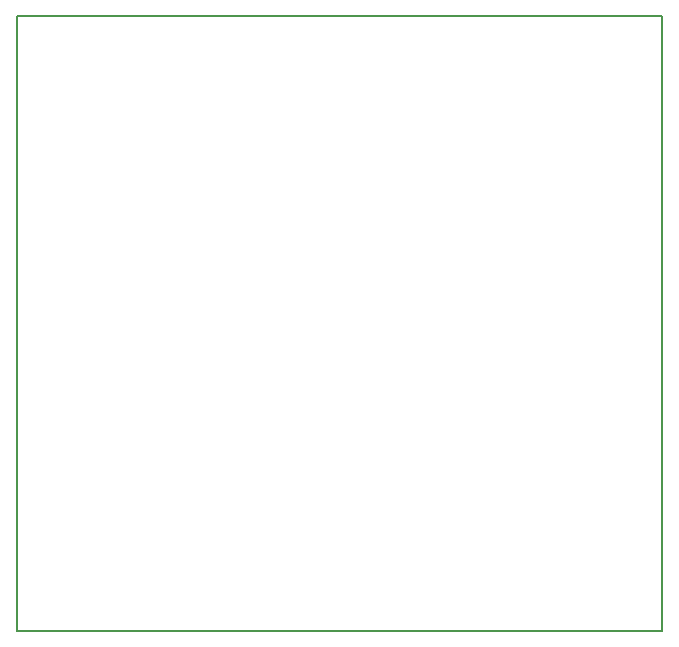
<source format=gm1>
G04 #@! TF.FileFunction,Profile,NP*
%FSLAX46Y46*%
G04 Gerber Fmt 4.6, Leading zero omitted, Abs format (unit mm)*
G04 Created by KiCad (PCBNEW 4.0.4+e1-6308~48~ubuntu16.04.1-stable) date Fri Nov  4 19:49:53 2016*
%MOMM*%
%LPD*%
G01*
G04 APERTURE LIST*
%ADD10C,0.100000*%
%ADD11C,0.150000*%
G04 APERTURE END LIST*
D10*
D11*
X85090000Y-40640000D02*
X30480000Y-40640000D01*
X85090000Y-92710000D02*
X85090000Y-40640000D01*
X30480000Y-92710000D02*
X85090000Y-92710000D01*
X30480000Y-40640000D02*
X30480000Y-92710000D01*
M02*

</source>
